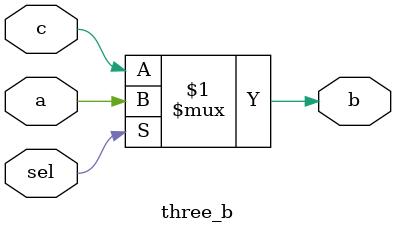
<source format=v>
module three_b ( a,c,sel,b);
output b;
input a;
input c;
input sel;
assign b = sel ? a:c;
endmodule

</source>
